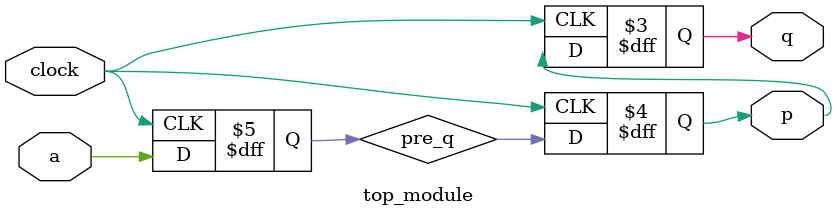
<source format=sv>
module top_module (
    input clock,
    input a, 
    output reg p,
    output reg q
);

    reg pre_q;

    always @(posedge clock) begin
        pre_q <= a;
        p <= pre_q;
    end

    always @(negedge clock) begin
        q <= p;
    end
endmodule

</source>
